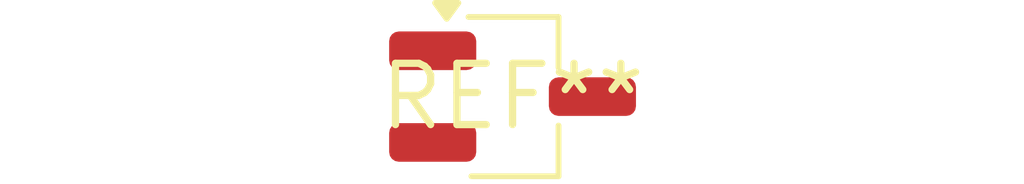
<source format=kicad_pcb>
(kicad_pcb (version 20240108) (generator pcbnew)
  (layers (0 "F.Cu" signal) (31 "B.Cu" signal) (34 "B.Paste" user) (35 "F.Paste" user) (36 "B.SilkS" user "B.Silkscreen") (37 "F.SilkS" user "F.Silkscreen") (38 "B.Mask" user) (39 "F.Mask" user) (44 "Edge.Cuts" user))
  (net 0 "")
  (footprint "SC-59_Handsoldering" (layer "F.Cu") (at 0 0)
    (property "Reference" "REF**")
    (property "Value" "SC-59_Handsoldering")
    (fp_line (start -0.91 -1.65) (end 0.95 -1.65) (layer "F.SilkS") (stroke (width 0.12)))
    (fp_line (start -0.85 1.65) (end 0.95 1.65) (layer "F.SilkS") (stroke (width 0.12)))
    (fp_line (start 0.95 -1.65) (end 0.95 -0.6) (layer "F.SilkS") (stroke (width 0.12)))
    (fp_line (start 0.95 1.65) (end 0.95 0.6) (layer "F.SilkS") (stroke (width 0.12)))
    (fp_poly (pts (xy -1.36 -1.611676) (xy -1.12 -1.941676) (xy -1.6 -1.941676) (xy -1.36 -1.611676)) (layer "F.SilkS") (stroke (width 0.12)) (fill solid))
    (pad "1" smd roundrect (at -1.65 -0.95) (size 1.8 0.8) (layers "F.Cu" "F.Paste" "F.Mask"))
    (pad "2" smd roundrect (at -1.65 0.95) (size 1.8 0.8) (layers "F.Cu" "F.Paste" "F.Mask"))
    (pad "3" smd roundrect (at 1.65 0) (size 1.8 0.8) (layers "F.Cu" "F.Paste" "F.Mask"))
  )
)
</source>
